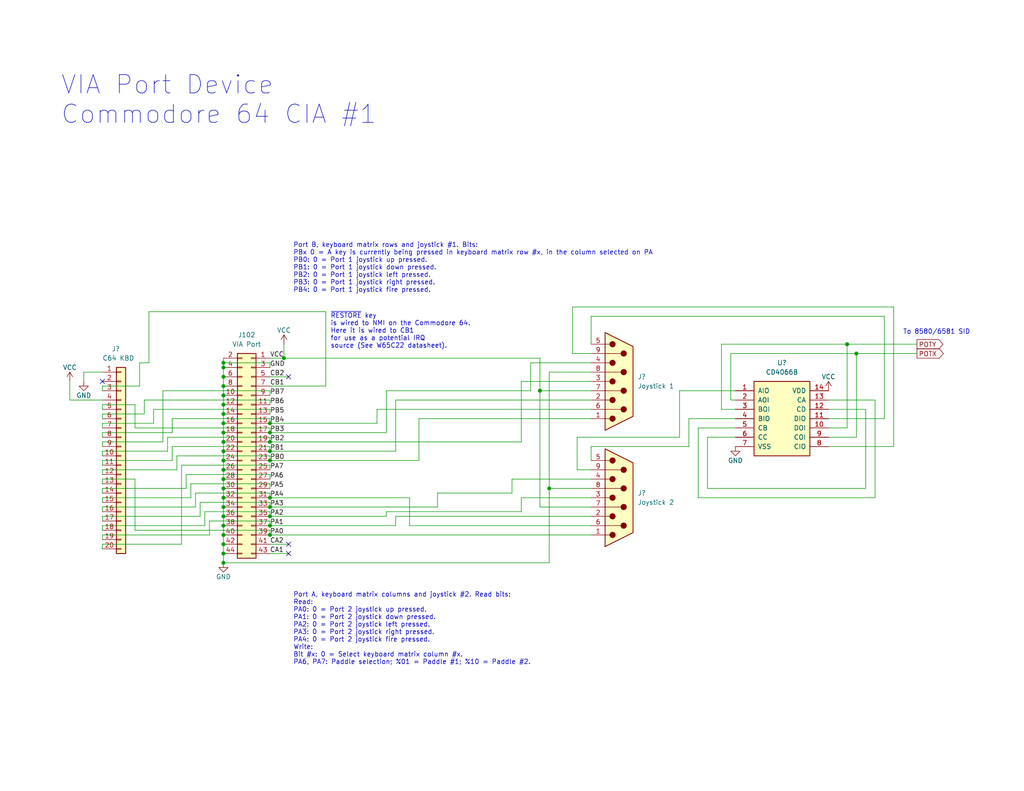
<source format=kicad_sch>
(kicad_sch (version 20211123) (generator eeschema)
  (paper "A")
  (lib_symbols
    (symbol "Connector:DB9_Male" (pin_names (offset 1.016) hide)
      (property "Reference" "J" (at 0 13.97 0))
      (property "Value" "DB9_Male" (at 0 -14.605 0))
      (symbol "DB9_Male_0_1"
        (circle (center -1.778 -10.16) (radius 0.762) (fill (type outline)))
        (circle (center -1.778 -5.08) (radius 0.762) (fill (type outline)))
        (circle (center -1.778 0) (radius 0.762) (fill (type outline)))
        (circle (center -1.778 5.08) (radius 0.762) (fill (type outline)))
        (circle (center -1.778 10.16) (radius 0.762) (fill (type outline)))
        (polyline (pts (xy -3.81 -10.16) (xy -2.54 -10.16)))
        (polyline (pts (xy -3.81 -7.62) (xy 0.508 -7.62)))
        (polyline (pts (xy -3.81 -5.08) (xy -2.54 -5.08)))
        (polyline (pts (xy -3.81 -2.54) (xy 0.508 -2.54)))
        (polyline (pts (xy -3.81 0) (xy -2.54 0)))
        (polyline (pts (xy -3.81 2.54) (xy 0.508 2.54)))
        (polyline (pts (xy -3.81 5.08) (xy -2.54 5.08)))
        (polyline (pts (xy -3.81 7.62) (xy 0.508 7.62)))
        (polyline (pts (xy -3.81 10.16) (xy -2.54 10.16)))
        (polyline (pts (xy -3.81 -13.335) (xy -3.81 13.335) (xy 3.81 9.525) (xy 3.81 -9.525) (xy -3.81 -13.335)) (stroke (width 0.254)) (fill (type background)))
        (circle (center 1.27 -7.62) (radius 0.762) (fill (type outline)))
        (circle (center 1.27 -2.54) (radius 0.762) (fill (type outline)))
        (circle (center 1.27 2.54) (radius 0.762) (fill (type outline)))
        (circle (center 1.27 7.62) (radius 0.762) (fill (type outline)))
      )
      (symbol "DB9_Male_1_1"
        (pin passive line (at -7.62 -10.16 0) (length 3.81) (name "1") (number "1"))
        (pin passive line (at -7.62 -5.08 0) (length 3.81) (name "2") (number "2"))
        (pin passive line (at -7.62 0 0) (length 3.81) (name "3") (number "3"))
        (pin passive line (at -7.62 5.08 0) (length 3.81) (name "4") (number "4"))
        (pin passive line (at -7.62 10.16 0) (length 3.81) (name "5") (number "5"))
        (pin passive line (at -7.62 -7.62 0) (length 3.81) (name "6") (number "6"))
        (pin passive line (at -7.62 -2.54 0) (length 3.81) (name "7") (number "7"))
        (pin passive line (at -7.62 2.54 0) (length 3.81) (name "8") (number "8"))
        (pin passive line (at -7.62 7.62 0) (length 3.81) (name "9") (number "9"))
      )
    )
    (symbol "Connector_Generic:Conn_01x20" (pin_names (offset 1.016) hide)
      (property "Reference" "J" (at 0 25.4 0))
      (property "Value" "Conn_01x20" (at 0 -27.94 0))
      (symbol "Conn_01x20_1_1"
        (rectangle (start -1.27 -25.273) (end 0 -25.527) (stroke (width 0.1524)))
        (rectangle (start -1.27 -22.733) (end 0 -22.987) (stroke (width 0.1524)))
        (rectangle (start -1.27 -20.193) (end 0 -20.447) (stroke (width 0.1524)))
        (rectangle (start -1.27 -17.653) (end 0 -17.907) (stroke (width 0.1524)))
        (rectangle (start -1.27 -15.113) (end 0 -15.367) (stroke (width 0.1524)))
        (rectangle (start -1.27 -12.573) (end 0 -12.827) (stroke (width 0.1524)))
        (rectangle (start -1.27 -10.033) (end 0 -10.287) (stroke (width 0.1524)))
        (rectangle (start -1.27 -7.493) (end 0 -7.747) (stroke (width 0.1524)))
        (rectangle (start -1.27 -4.953) (end 0 -5.207) (stroke (width 0.1524)))
        (rectangle (start -1.27 -2.413) (end 0 -2.667) (stroke (width 0.1524)))
        (rectangle (start -1.27 0.127) (end 0 -0.127) (stroke (width 0.1524)))
        (rectangle (start -1.27 2.667) (end 0 2.413) (stroke (width 0.1524)))
        (rectangle (start -1.27 5.207) (end 0 4.953) (stroke (width 0.1524)))
        (rectangle (start -1.27 7.747) (end 0 7.493) (stroke (width 0.1524)))
        (rectangle (start -1.27 10.287) (end 0 10.033) (stroke (width 0.1524)))
        (rectangle (start -1.27 12.827) (end 0 12.573) (stroke (width 0.1524)))
        (rectangle (start -1.27 15.367) (end 0 15.113) (stroke (width 0.1524)))
        (rectangle (start -1.27 17.907) (end 0 17.653) (stroke (width 0.1524)))
        (rectangle (start -1.27 20.447) (end 0 20.193) (stroke (width 0.1524)))
        (rectangle (start -1.27 22.987) (end 0 22.733) (stroke (width 0.1524)))
        (rectangle (start -1.27 24.13) (end 1.27 -26.67) (stroke (width 0.254)) (fill (type background)))
        (pin passive line (at -5.08 22.86 0) (length 3.81) (name "Pin_1") (number "1"))
        (pin passive line (at -5.08 0 0) (length 3.81) (name "Pin_10") (number "10"))
        (pin passive line (at -5.08 -2.54 0) (length 3.81) (name "Pin_11") (number "11"))
        (pin passive line (at -5.08 -5.08 0) (length 3.81) (name "Pin_12") (number "12"))
        (pin passive line (at -5.08 -7.62 0) (length 3.81) (name "Pin_13") (number "13"))
        (pin passive line (at -5.08 -10.16 0) (length 3.81) (name "Pin_14") (number "14"))
        (pin passive line (at -5.08 -12.7 0) (length 3.81) (name "Pin_15") (number "15"))
        (pin passive line (at -5.08 -15.24 0) (length 3.81) (name "Pin_16") (number "16"))
        (pin passive line (at -5.08 -17.78 0) (length 3.81) (name "Pin_17") (number "17"))
        (pin passive line (at -5.08 -20.32 0) (length 3.81) (name "Pin_18") (number "18"))
        (pin passive line (at -5.08 -22.86 0) (length 3.81) (name "Pin_19") (number "19"))
        (pin passive line (at -5.08 20.32 0) (length 3.81) (name "Pin_2") (number "2"))
        (pin passive line (at -5.08 -25.4 0) (length 3.81) (name "Pin_20") (number "20"))
        (pin passive line (at -5.08 17.78 0) (length 3.81) (name "Pin_3") (number "3"))
        (pin passive line (at -5.08 15.24 0) (length 3.81) (name "Pin_4") (number "4"))
        (pin passive line (at -5.08 12.7 0) (length 3.81) (name "Pin_5") (number "5"))
        (pin passive line (at -5.08 10.16 0) (length 3.81) (name "Pin_6") (number "6"))
        (pin passive line (at -5.08 7.62 0) (length 3.81) (name "Pin_7") (number "7"))
        (pin passive line (at -5.08 5.08 0) (length 3.81) (name "Pin_8") (number "8"))
        (pin passive line (at -5.08 2.54 0) (length 3.81) (name "Pin_9") (number "9"))
      )
    )
    (symbol "Connector_Generic:Conn_02x22_Odd_Even" (pin_names (offset 1.016) hide)
      (property "Reference" "J" (at 1.27 27.94 0))
      (property "Value" "Conn_02x22_Odd_Even" (at 1.27 -30.48 0))
      (symbol "Conn_02x22_Odd_Even_1_1"
        (rectangle (start -1.27 -27.813) (end 0 -28.067) (stroke (width 0.1524)))
        (rectangle (start -1.27 -25.273) (end 0 -25.527) (stroke (width 0.1524)))
        (rectangle (start -1.27 -22.733) (end 0 -22.987) (stroke (width 0.1524)))
        (rectangle (start -1.27 -20.193) (end 0 -20.447) (stroke (width 0.1524)))
        (rectangle (start -1.27 -17.653) (end 0 -17.907) (stroke (width 0.1524)))
        (rectangle (start -1.27 -15.113) (end 0 -15.367) (stroke (width 0.1524)))
        (rectangle (start -1.27 -12.573) (end 0 -12.827) (stroke (width 0.1524)))
        (rectangle (start -1.27 -10.033) (end 0 -10.287) (stroke (width 0.1524)))
        (rectangle (start -1.27 -7.493) (end 0 -7.747) (stroke (width 0.1524)))
        (rectangle (start -1.27 -4.953) (end 0 -5.207) (stroke (width 0.1524)))
        (rectangle (start -1.27 -2.413) (end 0 -2.667) (stroke (width 0.1524)))
        (rectangle (start -1.27 0.127) (end 0 -0.127) (stroke (width 0.1524)))
        (rectangle (start -1.27 2.667) (end 0 2.413) (stroke (width 0.1524)))
        (rectangle (start -1.27 5.207) (end 0 4.953) (stroke (width 0.1524)))
        (rectangle (start -1.27 7.747) (end 0 7.493) (stroke (width 0.1524)))
        (rectangle (start -1.27 10.287) (end 0 10.033) (stroke (width 0.1524)))
        (rectangle (start -1.27 12.827) (end 0 12.573) (stroke (width 0.1524)))
        (rectangle (start -1.27 15.367) (end 0 15.113) (stroke (width 0.1524)))
        (rectangle (start -1.27 17.907) (end 0 17.653) (stroke (width 0.1524)))
        (rectangle (start -1.27 20.447) (end 0 20.193) (stroke (width 0.1524)))
        (rectangle (start -1.27 22.987) (end 0 22.733) (stroke (width 0.1524)))
        (rectangle (start -1.27 25.527) (end 0 25.273) (stroke (width 0.1524)))
        (rectangle (start -1.27 26.67) (end 3.81 -29.21) (stroke (width 0.254)) (fill (type background)))
        (rectangle (start 3.81 -27.813) (end 2.54 -28.067) (stroke (width 0.1524)))
        (rectangle (start 3.81 -25.273) (end 2.54 -25.527) (stroke (width 0.1524)))
        (rectangle (start 3.81 -22.733) (end 2.54 -22.987) (stroke (width 0.1524)))
        (rectangle (start 3.81 -20.193) (end 2.54 -20.447) (stroke (width 0.1524)))
        (rectangle (start 3.81 -17.653) (end 2.54 -17.907) (stroke (width 0.1524)))
        (rectangle (start 3.81 -15.113) (end 2.54 -15.367) (stroke (width 0.1524)))
        (rectangle (start 3.81 -12.573) (end 2.54 -12.827) (stroke (width 0.1524)))
        (rectangle (start 3.81 -10.033) (end 2.54 -10.287) (stroke (width 0.1524)))
        (rectangle (start 3.81 -7.493) (end 2.54 -7.747) (stroke (width 0.1524)))
        (rectangle (start 3.81 -4.953) (end 2.54 -5.207) (stroke (width 0.1524)))
        (rectangle (start 3.81 -2.413) (end 2.54 -2.667) (stroke (width 0.1524)))
        (rectangle (start 3.81 0.127) (end 2.54 -0.127) (stroke (width 0.1524)))
        (rectangle (start 3.81 2.667) (end 2.54 2.413) (stroke (width 0.1524)))
        (rectangle (start 3.81 5.207) (end 2.54 4.953) (stroke (width 0.1524)))
        (rectangle (start 3.81 7.747) (end 2.54 7.493) (stroke (width 0.1524)))
        (rectangle (start 3.81 10.287) (end 2.54 10.033) (stroke (width 0.1524)))
        (rectangle (start 3.81 12.827) (end 2.54 12.573) (stroke (width 0.1524)))
        (rectangle (start 3.81 15.367) (end 2.54 15.113) (stroke (width 0.1524)))
        (rectangle (start 3.81 17.907) (end 2.54 17.653) (stroke (width 0.1524)))
        (rectangle (start 3.81 20.447) (end 2.54 20.193) (stroke (width 0.1524)))
        (rectangle (start 3.81 22.987) (end 2.54 22.733) (stroke (width 0.1524)))
        (rectangle (start 3.81 25.527) (end 2.54 25.273) (stroke (width 0.1524)))
        (pin passive line (at -5.08 25.4 0) (length 3.81) (name "Pin_1") (number "1"))
        (pin passive line (at 7.62 15.24 180) (length 3.81) (name "Pin_10") (number "10"))
        (pin passive line (at -5.08 12.7 0) (length 3.81) (name "Pin_11") (number "11"))
        (pin passive line (at 7.62 12.7 180) (length 3.81) (name "Pin_12") (number "12"))
        (pin passive line (at -5.08 10.16 0) (length 3.81) (name "Pin_13") (number "13"))
        (pin passive line (at 7.62 10.16 180) (length 3.81) (name "Pin_14") (number "14"))
        (pin passive line (at -5.08 7.62 0) (length 3.81) (name "Pin_15") (number "15"))
        (pin passive line (at 7.62 7.62 180) (length 3.81) (name "Pin_16") (number "16"))
        (pin passive line (at -5.08 5.08 0) (length 3.81) (name "Pin_17") (number "17"))
        (pin passive line (at 7.62 5.08 180) (length 3.81) (name "Pin_18") (number "18"))
        (pin passive line (at -5.08 2.54 0) (length 3.81) (name "Pin_19") (number "19"))
        (pin passive line (at 7.62 25.4 180) (length 3.81) (name "Pin_2") (number "2"))
        (pin passive line (at 7.62 2.54 180) (length 3.81) (name "Pin_20") (number "20"))
        (pin passive line (at -5.08 0 0) (length 3.81) (name "Pin_21") (number "21"))
        (pin passive line (at 7.62 0 180) (length 3.81) (name "Pin_22") (number "22"))
        (pin passive line (at -5.08 -2.54 0) (length 3.81) (name "Pin_23") (number "23"))
        (pin passive line (at 7.62 -2.54 180) (length 3.81) (name "Pin_24") (number "24"))
        (pin passive line (at -5.08 -5.08 0) (length 3.81) (name "Pin_25") (number "25"))
        (pin passive line (at 7.62 -5.08 180) (length 3.81) (name "Pin_26") (number "26"))
        (pin passive line (at -5.08 -7.62 0) (length 3.81) (name "Pin_27") (number "27"))
        (pin passive line (at 7.62 -7.62 180) (length 3.81) (name "Pin_28") (number "28"))
        (pin passive line (at -5.08 -10.16 0) (length 3.81) (name "Pin_29") (number "29"))
        (pin passive line (at -5.08 22.86 0) (length 3.81) (name "Pin_3") (number "3"))
        (pin passive line (at 7.62 -10.16 180) (length 3.81) (name "Pin_30") (number "30"))
        (pin passive line (at -5.08 -12.7 0) (length 3.81) (name "Pin_31") (number "31"))
        (pin passive line (at 7.62 -12.7 180) (length 3.81) (name "Pin_32") (number "32"))
        (pin passive line (at -5.08 -15.24 0) (length 3.81) (name "Pin_33") (number "33"))
        (pin passive line (at 7.62 -15.24 180) (length 3.81) (name "Pin_34") (number "34"))
        (pin passive line (at -5.08 -17.78 0) (length 3.81) (name "Pin_35") (number "35"))
        (pin passive line (at 7.62 -17.78 180) (length 3.81) (name "Pin_36") (number "36"))
        (pin passive line (at -5.08 -20.32 0) (length 3.81) (name "Pin_37") (number "37"))
        (pin passive line (at 7.62 -20.32 180) (length 3.81) (name "Pin_38") (number "38"))
        (pin passive line (at -5.08 -22.86 0) (length 3.81) (name "Pin_39") (number "39"))
        (pin passive line (at 7.62 22.86 180) (length 3.81) (name "Pin_4") (number "4"))
        (pin passive line (at 7.62 -22.86 180) (length 3.81) (name "Pin_40") (number "40"))
        (pin passive line (at -5.08 -25.4 0) (length 3.81) (name "Pin_41") (number "41"))
        (pin passive line (at 7.62 -25.4 180) (length 3.81) (name "Pin_42") (number "42"))
        (pin passive line (at -5.08 -27.94 0) (length 3.81) (name "Pin_43") (number "43"))
        (pin passive line (at 7.62 -27.94 180) (length 3.81) (name "Pin_44") (number "44"))
        (pin passive line (at -5.08 20.32 0) (length 3.81) (name "Pin_5") (number "5"))
        (pin passive line (at 7.62 20.32 180) (length 3.81) (name "Pin_6") (number "6"))
        (pin passive line (at -5.08 17.78 0) (length 3.81) (name "Pin_7") (number "7"))
        (pin passive line (at 7.62 17.78 180) (length 3.81) (name "Pin_8") (number "8"))
        (pin passive line (at -5.08 15.24 0) (length 3.81) (name "Pin_9") (number "9"))
      )
    )
    (symbol "GND_2" (power) (pin_names (offset 0))
      (property "Value" "GND_2" (at 0 -3.81 0))
      (symbol "GND_2_0_1"
        (polyline (pts (xy 0 0) (xy 0 -1.27) (xy 1.27 -1.27) (xy 0 -2.54) (xy -1.27 -1.27) (xy 0 -1.27)))
      )
      (symbol "GND_2_1_1"
        (pin power_in line (at 0 0 270) (length 0) hide (name "GND") (number "1"))
      )
    )
    (symbol "Vega816:CD4066B" (pin_names (offset 1.016))
      (property "Reference" "U?" (at 0 15.24 0))
      (property "Value" "CD4066B" (at 0 12.7 0))
      (symbol "CD4066B_1_0"
        (pin bidirectional line (at -12.7 7.62 0) (length 5.08) (name "AIO") (number "1"))
        (pin bidirectional line (at 12.7 -2.54 180) (length 5.08) (name "DOI") (number "10"))
        (pin bidirectional line (at 12.7 0 180) (length 5.08) (name "DIO") (number "11"))
        (pin input line (at 12.7 2.54 180) (length 5.08) (name "CD") (number "12"))
        (pin input line (at 12.7 5.08 180) (length 5.08) (name "CA") (number "13"))
        (pin power_in line (at 12.7 7.62 180) (length 5.08) (name "VDD") (number "14"))
        (pin bidirectional line (at -12.7 5.08 0) (length 5.08) (name "AOI") (number "2"))
        (pin bidirectional line (at -12.7 2.54 0) (length 5.08) (name "BOI") (number "3"))
        (pin bidirectional line (at -12.7 0 0) (length 5.08) (name "BIO") (number "4"))
        (pin input line (at -12.7 -2.54 0) (length 5.08) (name "CB") (number "5"))
        (pin input line (at -12.7 -5.08 0) (length 5.08) (name "CC") (number "6"))
        (pin power_in line (at -12.7 -7.62 0) (length 5.08) (name "VSS") (number "7"))
        (pin bidirectional line (at 12.7 -7.62 180) (length 5.08) (name "CIO") (number "8"))
        (pin bidirectional line (at 12.7 -5.08 180) (length 5.08) (name "COI") (number "9"))
      )
      (symbol "CD4066B_1_1"
        (rectangle (start -7.62 10.16) (end 7.62 -10.16) (stroke (width 0.254)) (fill (type background)))
      )
    )
    (symbol "power:VCC" (power) (pin_names (offset 0))
      (property "Value" "VCC" (at 0 3.81 0))
      (symbol "VCC_0_1"
        (polyline (pts (xy -0.762 1.27) (xy 0 2.54)))
        (polyline (pts (xy 0 0) (xy 0 2.54)))
        (polyline (pts (xy 0 2.54) (xy 0.762 1.27)))
      )
      (symbol "VCC_1_1"
        (pin power_in line (at 0 0 90) (length 0) hide (name "VCC") (number "1"))
      )
    )
  )
  (junction (at 60.96 135.89))
  (junction (at 60.96 143.51))
  (junction (at 60.96 148.59))
  (junction (at 60.96 102.87))
  (junction (at 60.96 133.35))
  (junction (at 73.66 143.51))
  (junction (at 60.96 153.67))
  (junction (at 73.66 120.65))
  (junction (at 60.96 128.27))
  (junction (at 60.96 123.19))
  (junction (at 73.66 123.19))
  (junction (at 73.66 146.05))
  (junction (at 60.96 130.81))
  (junction (at 73.66 135.89))
  (junction (at 60.96 115.57))
  (junction (at 60.96 118.11))
  (junction (at 73.66 138.43))
  (junction (at 149.86 133.35))
  (junction (at 60.96 100.33))
  (junction (at 60.96 140.97))
  (junction (at 60.96 110.49))
  (junction (at 60.96 146.05))
  (junction (at 73.66 118.11))
  (junction (at 147.32 106.68))
  (junction (at 73.66 140.97))
  (junction (at 60.96 125.73))
  (junction (at 231.14 93.98))
  (junction (at 233.68 96.52))
  (junction (at 77.47 97.79))
  (junction (at 60.96 120.65))
  (junction (at 73.66 115.57))
  (junction (at 60.96 113.03))
  (junction (at 60.96 107.95))
  (junction (at 60.96 151.13))
  (junction (at 60.96 99.06))
  (junction (at 73.66 125.73))
  (junction (at 60.96 105.41))
  (junction (at 60.96 138.43))
  (no_connect (at 78.74 148.59))
  (no_connect (at 78.74 151.13))
  (no_connect (at 78.74 102.87))
  (no_connect (at 27.94 104.14))
  (wire (pts (xy 187.96 114.3) (xy 200.66 114.3)))
  (wire (pts (xy 243.84 121.92) (xy 226.06 121.92)))
  (wire (pts (xy 22.86 101.6) (xy 22.86 104.14)))
  (wire (pts (xy 27.94 128.27) (xy 48.26 128.27)))
  (wire (pts (xy 60.96 102.87) (xy 60.96 105.41)))
  (wire (pts (xy 107.95 109.22) (xy 107.95 123.19)))
  (wire (pts (xy 190.5 135.89) (xy 190.5 116.84)))
  (wire (pts (xy 73.66 127) (xy 73.66 128.27)))
  (wire (pts (xy 52.07 132.08) (xy 73.66 132.08)))
  (wire (pts (xy 142.24 104.14) (xy 142.24 120.65)))
  (wire (pts (xy 27.94 115.57) (xy 41.91 115.57)))
  (wire (pts (xy 73.66 137.16) (xy 73.66 138.43)))
  (wire (pts (xy 161.29 111.76) (xy 102.87 111.76)))
  (wire (pts (xy 73.66 109.22) (xy 73.66 110.49)))
  (wire (pts (xy 142.24 139.7) (xy 105.41 139.7)))
  (wire (pts (xy 27.94 138.43) (xy 53.34 138.43)))
  (wire (pts (xy 73.66 134.62) (xy 73.66 135.89)))
  (wire (pts (xy 226.06 119.38) (xy 233.68 119.38)))
  (wire (pts (xy 27.94 124.46) (xy 27.94 123.19)))
  (wire (pts (xy 147.32 106.68) (xy 147.32 97.79)))
  (wire (pts (xy 41.91 111.76) (xy 73.66 111.76)))
  (wire (pts (xy 27.94 105.41) (xy 38.1 105.41)))
  (wire (pts (xy 119.38 138.43) (xy 73.66 138.43)))
  (wire (pts (xy 57.15 142.24) (xy 73.66 142.24)))
  (wire (pts (xy 40.64 99.06) (xy 40.64 85.09)))
  (wire (pts (xy 36.83 116.84) (xy 73.66 116.84)))
  (wire (pts (xy 46.99 121.92) (xy 73.66 121.92)))
  (wire (pts (xy 73.66 144.78) (xy 73.66 146.05)))
  (wire (pts (xy 45.72 119.38) (xy 73.66 119.38)))
  (wire (pts (xy 38.1 105.41) (xy 38.1 99.06)))
  (wire (pts (xy 27.94 134.62) (xy 27.94 133.35)))
  (wire (pts (xy 49.53 148.59) (xy 49.53 127)))
  (wire (pts (xy 105.41 139.7) (xy 105.41 140.97)))
  (wire (pts (xy 53.34 134.62) (xy 73.66 134.62)))
  (wire (pts (xy 27.94 106.68) (xy 27.94 105.41)))
  (wire (pts (xy 107.95 143.51) (xy 73.66 143.51)))
  (wire (pts (xy 27.94 149.86) (xy 27.94 148.59)))
  (wire (pts (xy 48.26 124.46) (xy 73.66 124.46)))
  (wire (pts (xy 111.76 143.51) (xy 111.76 135.89)))
  (wire (pts (xy 185.42 106.68) (xy 200.66 106.68)))
  (wire (pts (xy 238.76 135.89) (xy 190.5 135.89)))
  (wire (pts (xy 48.26 128.27) (xy 48.26 124.46)))
  (wire (pts (xy 60.96 105.41) (xy 60.96 107.95)))
  (wire (pts (xy 107.95 140.97) (xy 107.95 143.51)))
  (wire (pts (xy 114.3 125.73) (xy 73.66 125.73)))
  (wire (pts (xy 144.78 106.68) (xy 105.41 106.68)))
  (wire (pts (xy 39.37 109.22) (xy 73.66 109.22)))
  (wire (pts (xy 190.5 116.84) (xy 200.66 116.84)))
  (wire (pts (xy 231.14 93.98) (xy 250.19 93.98)))
  (wire (pts (xy 157.48 128.27) (xy 157.48 119.38)))
  (wire (pts (xy 73.66 106.68) (xy 73.66 107.95)))
  (wire (pts (xy 27.94 148.59) (xy 49.53 148.59)))
  (wire (pts (xy 54.61 137.16) (xy 73.66 137.16)))
  (wire (pts (xy 147.32 97.79) (xy 77.47 97.79)))
  (wire (pts (xy 27.94 101.6) (xy 22.86 101.6)))
  (wire (pts (xy 27.94 129.54) (xy 27.94 128.27)))
  (wire (pts (xy 161.29 138.43) (xy 147.32 138.43)))
  (wire (pts (xy 73.66 142.24) (xy 73.66 143.51)))
  (wire (pts (xy 60.96 138.43) (xy 60.96 140.97)))
  (wire (pts (xy 236.22 111.76) (xy 236.22 133.35)))
  (wire (pts (xy 19.05 104.14) (xy 19.05 109.22)))
  (wire (pts (xy 27.94 133.35) (xy 50.8 133.35)))
  (wire (pts (xy 27.94 111.76) (xy 27.94 110.49)))
  (wire (pts (xy 73.66 140.97) (xy 105.41 140.97)))
  (wire (pts (xy 73.66 100.33) (xy 73.66 99.06)))
  (wire (pts (xy 60.96 125.73) (xy 60.96 128.27)))
  (wire (pts (xy 199.39 96.52) (xy 233.68 96.52)))
  (wire (pts (xy 27.94 118.11) (xy 46.99 118.11)))
  (wire (pts (xy 46.99 125.73) (xy 46.99 121.92)))
  (wire (pts (xy 149.86 153.67) (xy 60.96 153.67)))
  (wire (pts (xy 161.29 114.3) (xy 114.3 114.3)))
  (wire (pts (xy 139.7 134.62) (xy 119.38 134.62)))
  (wire (pts (xy 41.91 115.57) (xy 41.91 111.76)))
  (wire (pts (xy 193.04 133.35) (xy 193.04 119.38)))
  (wire (pts (xy 73.66 119.38) (xy 73.66 120.65)))
  (wire (pts (xy 60.96 148.59) (xy 60.96 151.13)))
  (wire (pts (xy 60.96 135.89) (xy 60.96 138.43)))
  (wire (pts (xy 236.22 133.35) (xy 193.04 133.35)))
  (wire (pts (xy 233.68 96.52) (xy 250.19 96.52)))
  (wire (pts (xy 149.86 101.6) (xy 149.86 133.35)))
  (wire (pts (xy 60.96 97.79) (xy 60.96 99.06)))
  (wire (pts (xy 226.06 109.22) (xy 238.76 109.22)))
  (wire (pts (xy 161.29 121.92) (xy 187.96 121.92)))
  (wire (pts (xy 27.94 116.84) (xy 27.94 115.57)))
  (wire (pts (xy 144.78 106.68) (xy 144.78 99.06)))
  (wire (pts (xy 241.3 86.36) (xy 241.3 114.3)))
  (wire (pts (xy 27.94 147.32) (xy 27.94 146.05)))
  (wire (pts (xy 114.3 114.3) (xy 114.3 125.73)))
  (wire (pts (xy 144.78 99.06) (xy 161.29 99.06)))
  (wire (pts (xy 161.29 101.6) (xy 149.86 101.6)))
  (wire (pts (xy 107.95 140.97) (xy 161.29 140.97)))
  (wire (pts (xy 38.1 99.06) (xy 40.64 99.06)))
  (wire (pts (xy 39.37 113.03) (xy 39.37 109.22)))
  (wire (pts (xy 60.96 130.81) (xy 60.96 133.35)))
  (wire (pts (xy 54.61 140.97) (xy 54.61 137.16)))
  (wire (pts (xy 60.96 118.11) (xy 60.96 120.65)))
  (wire (pts (xy 27.94 144.78) (xy 27.94 143.51)))
  (wire (pts (xy 27.94 143.51) (xy 55.88 143.51)))
  (wire (pts (xy 27.94 120.65) (xy 44.45 120.65)))
  (wire (pts (xy 78.74 102.87) (xy 73.66 102.87)))
  (wire (pts (xy 27.94 109.22) (xy 19.05 109.22)))
  (wire (pts (xy 161.29 96.52) (xy 156.21 96.52)))
  (wire (pts (xy 27.94 119.38) (xy 27.94 118.11)))
  (wire (pts (xy 60.96 143.51) (xy 60.96 146.05)))
  (wire (pts (xy 161.29 125.73) (xy 161.29 121.92)))
  (wire (pts (xy 73.66 132.08) (xy 73.66 133.35)))
  (wire (pts (xy 199.39 96.52) (xy 199.39 109.22)))
  (wire (pts (xy 44.45 106.68) (xy 73.66 106.68)))
  (wire (pts (xy 142.24 135.89) (xy 142.24 139.7)))
  (wire (pts (xy 102.87 111.76) (xy 102.87 115.57)))
  (wire (pts (xy 27.94 140.97) (xy 54.61 140.97)))
  (wire (pts (xy 196.85 111.76) (xy 196.85 93.98)))
  (wire (pts (xy 107.95 123.19) (xy 73.66 123.19)))
  (wire (pts (xy 46.99 114.3) (xy 73.66 114.3)))
  (wire (pts (xy 119.38 134.62) (xy 119.38 138.43)))
  (wire (pts (xy 73.66 146.05) (xy 161.29 146.05)))
  (wire (pts (xy 226.06 116.84) (xy 231.14 116.84)))
  (wire (pts (xy 60.96 113.03) (xy 60.96 115.57)))
  (wire (pts (xy 241.3 114.3) (xy 226.06 114.3)))
  (wire (pts (xy 193.04 119.38) (xy 200.66 119.38)))
  (wire (pts (xy 27.94 125.73) (xy 46.99 125.73)))
  (wire (pts (xy 60.96 133.35) (xy 60.96 135.89)))
  (wire (pts (xy 27.94 110.49) (xy 36.83 110.49)))
  (wire (pts (xy 200.66 111.76) (xy 196.85 111.76)))
  (wire (pts (xy 77.47 97.79) (xy 73.66 97.79)))
  (wire (pts (xy 73.66 124.46) (xy 73.66 125.73)))
  (wire (pts (xy 27.94 113.03) (xy 39.37 113.03)))
  (wire (pts (xy 161.29 109.22) (xy 107.95 109.22)))
  (wire (pts (xy 105.41 118.11) (xy 73.66 118.11)))
  (wire (pts (xy 60.96 110.49) (xy 60.96 113.03)))
  (wire (pts (xy 27.94 132.08) (xy 27.94 130.81)))
  (wire (pts (xy 187.96 121.92) (xy 187.96 114.3)))
  (wire (pts (xy 57.15 146.05) (xy 57.15 142.24)))
  (wire (pts (xy 36.83 144.78) (xy 73.66 144.78)))
  (wire (pts (xy 196.85 93.98) (xy 231.14 93.98)))
  (wire (pts (xy 73.66 121.92) (xy 73.66 123.19)))
  (wire (pts (xy 73.66 99.06) (xy 60.96 99.06)))
  (wire (pts (xy 73.66 139.7) (xy 73.66 140.97)))
  (wire (pts (xy 147.32 138.43) (xy 147.32 106.68)))
  (wire (pts (xy 36.83 130.81) (xy 36.83 144.78)))
  (wire (pts (xy 149.86 133.35) (xy 149.86 153.67)))
  (wire (pts (xy 199.39 109.22) (xy 200.66 109.22)))
  (wire (pts (xy 27.94 142.24) (xy 27.94 140.97)))
  (wire (pts (xy 60.96 115.57) (xy 60.96 118.11)))
  (wire (pts (xy 156.21 83.82) (xy 243.84 83.82)))
  (wire (pts (xy 111.76 135.89) (xy 73.66 135.89)))
  (wire (pts (xy 231.14 93.98) (xy 231.14 116.84)))
  (wire (pts (xy 73.66 129.54) (xy 73.66 130.81)))
  (wire (pts (xy 45.72 123.19) (xy 45.72 119.38)))
  (wire (pts (xy 161.29 104.14) (xy 142.24 104.14)))
  (wire (pts (xy 60.96 123.19) (xy 60.96 125.73)))
  (wire (pts (xy 185.42 119.38) (xy 185.42 106.68)))
  (wire (pts (xy 50.8 129.54) (xy 73.66 129.54)))
  (wire (pts (xy 52.07 135.89) (xy 52.07 132.08)))
  (wire (pts (xy 46.99 118.11) (xy 46.99 114.3)))
  (wire (pts (xy 226.06 111.76) (xy 236.22 111.76)))
  (wire (pts (xy 49.53 127) (xy 73.66 127)))
  (wire (pts (xy 27.94 121.92) (xy 27.94 120.65)))
  (wire (pts (xy 238.76 109.22) (xy 238.76 135.89)))
  (wire (pts (xy 60.96 99.06) (xy 60.96 100.33)))
  (wire (pts (xy 105.41 106.68) (xy 105.41 118.11)))
  (wire (pts (xy 27.94 135.89) (xy 52.07 135.89)))
  (wire (pts (xy 50.8 133.35) (xy 50.8 129.54)))
  (wire (pts (xy 139.7 130.81) (xy 139.7 134.62)))
  (wire (pts (xy 73.66 105.41) (xy 88.9 105.41)))
  (wire (pts (xy 147.32 106.68) (xy 161.29 106.68)))
  (wire (pts (xy 243.84 83.82) (xy 243.84 121.92)))
  (wire (pts (xy 60.96 128.27) (xy 60.96 130.81)))
  (wire (pts (xy 161.29 128.27) (xy 157.48 128.27)))
  (wire (pts (xy 60.96 146.05) (xy 60.96 148.59)))
  (wire (pts (xy 27.94 127) (xy 27.94 125.73)))
  (wire (pts (xy 78.74 151.13) (xy 73.66 151.13)))
  (wire (pts (xy 27.94 123.19) (xy 45.72 123.19)))
  (wire (pts (xy 161.29 135.89) (xy 142.24 135.89)))
  (wire (pts (xy 55.88 139.7) (xy 73.66 139.7)))
  (wire (pts (xy 161.29 143.51) (xy 111.76 143.51)))
  (wire (pts (xy 161.29 86.36) (xy 241.3 86.36)))
  (wire (pts (xy 44.45 120.65) (xy 44.45 106.68)))
  (wire (pts (xy 27.94 146.05) (xy 57.15 146.05)))
  (wire (pts (xy 60.96 140.97) (xy 60.96 143.51)))
  (wire (pts (xy 53.34 138.43) (xy 53.34 134.62)))
  (wire (pts (xy 60.96 151.13) (xy 60.96 153.67)))
  (wire (pts (xy 233.68 96.52) (xy 233.68 119.38)))
  (wire (pts (xy 27.94 114.3) (xy 27.94 113.03)))
  (wire (pts (xy 27.94 137.16) (xy 27.94 135.89)))
  (wire (pts (xy 73.66 116.84) (xy 73.66 118.11)))
  (wire (pts (xy 73.66 114.3) (xy 73.66 115.57)))
  (wire (pts (xy 40.64 85.09) (xy 88.9 85.09)))
  (wire (pts (xy 55.88 143.51) (xy 55.88 139.7)))
  (wire (pts (xy 36.83 110.49) (xy 36.83 116.84)))
  (wire (pts (xy 102.87 115.57) (xy 73.66 115.57)))
  (wire (pts (xy 156.21 96.52) (xy 156.21 83.82)))
  (wire (pts (xy 161.29 93.98) (xy 161.29 86.36)))
  (wire (pts (xy 142.24 120.65) (xy 73.66 120.65)))
  (wire (pts (xy 60.96 120.65) (xy 60.96 123.19)))
  (wire (pts (xy 157.48 119.38) (xy 185.42 119.38)))
  (wire (pts (xy 161.29 130.81) (xy 139.7 130.81)))
  (wire (pts (xy 78.74 148.59) (xy 73.66 148.59)))
  (wire (pts (xy 73.66 111.76) (xy 73.66 113.03)))
  (wire (pts (xy 27.94 130.81) (xy 36.83 130.81)))
  (wire (pts (xy 60.96 107.95) (xy 60.96 110.49)))
  (wire (pts (xy 88.9 85.09) (xy 88.9 105.41)))
  (wire (pts (xy 149.86 133.35) (xy 161.29 133.35)))
  (wire (pts (xy 77.47 93.98) (xy 77.47 97.79)))
  (wire (pts (xy 27.94 139.7) (xy 27.94 138.43)))
  (wire (pts (xy 60.96 100.33) (xy 60.96 102.87)))
  (text "Port B, keyboard matrix rows and joystick #1. Bits:\nPBx 0 = A key is currently being pressed in keyboard matrix row #x, in the column selected on PA\nPB0: 0 = Port 1 joystick up pressed.\nPB1: 0 = Port 1 joystick down pressed.\nPB2: 0 = Port 1 joystick left pressed.\nPB3: 0 = Port 1 joystick right pressed.\nPB4: 0 = Port 1 joystick fire pressed." (at 80.01 80.01 0) (effects (font (size 1.27 1.27)) (justify left bottom)))
  (text "To 8580/6581 SID" (at 246.38 91.44 0) (effects (font (size 1.27 1.27)) (justify left bottom)))
  (text "Port A, keyboard matrix columns and joystick #2. Read bits:\nRead:\nPA0: 0 = Port 2 joystick up pressed.\nPA1: 0 = Port 2 joystick down pressed.\nPA2: 0 = Port 2 joystick left pressed.\nPA3: 0 = Port 2 joystick right pressed.\nPA4: 0 = Port 2 joystick fire pressed.\nWrite:\nBit #x: 0 = Select keyboard matrix column #x.\nPA6, PA7: Paddle selection; %01 = Paddle #1; %10 = Paddle #2." (at 80.01 181.61 0) (effects (font (size 1.27 1.27)) (justify left bottom)))
  (text "~{RESTORE} key \nis wired to NMI on the Commodore 64. \nHere it is wired to CB1 \nfor use as a potential IRQ \nsource (See W65C22 datasheet)." (at 90.17 95.25 0) (effects (font (size 1.27 1.27)) (justify left bottom)))
  (text "VIA Port Device\nCommodore 64 CIA #1" (at 16.51 34.29 0) (effects (font (size 5 5)) (justify left bottom)))
  (label "PB0" (at 73.66 125.73 0))
  (label "CB2" (at 73.66 102.87 0))
  (label "CA1" (at 73.66 151.13 0))
  (label "GND" (at 73.66 100.33 0))
  (label "PB6" (at 73.66 110.49 0))
  (label "PA4" (at 73.66 135.89 0))
  (label "PB1" (at 73.66 123.19 0))
  (label "PA5" (at 73.66 133.35 0))
  (label "PA1" (at 73.66 143.51 0))
  (label "PA3" (at 73.66 138.43 0))
  (label "PA7" (at 73.66 128.27 0))
  (label "VCC" (at 73.66 97.79 0))
  (label "PB3" (at 73.66 118.11 0))
  (label "CB1" (at 73.66 105.41 0))
  (label "PA0" (at 73.66 146.05 0))
  (label "PA2" (at 73.66 140.97 0))
  (label "PB7" (at 73.66 107.95 0))
  (label "PA6" (at 73.66 130.81 0))
  (label "CA2" (at 73.66 148.59 0))
  (label "PB2" (at 73.66 120.65 0))
  (label "PB5" (at 73.66 113.03 0))
  (label "PB4" (at 73.66 115.57 0))
  (global_label "POTX" (shape output) (at 250.19 96.52 0) (property "Intersheet References" "${INTERSHEET_REFS}" (effects hide)))
  (global_label "POTY" (shape output) (at 250.19 93.98 0) (property "Intersheet References" "${INTERSHEET_REFS}" (effects hide)))
  (symbol (lib_id "Connector_Generic:Conn_02x22_Odd_Even") (at 68.58 123.19 0) (mirror y) (unit 1)
    (property "Reference" "J102" (at 67.31 91.44 0))
    (property "Value" "VIA Port" (at 67.31 93.98 0))
  )
  (symbol (lib_name "GND_2") (lib_id "power:GND") (at 200.66 121.92 0) (unit 1)
    (property "Reference" "#PWR?" (effects hide))
    (property "Value" "GND" (at 200.66 125.73 0))
  )
  (symbol (lib_name "GND_2") (lib_id "power:GND") (at 22.86 104.14 0) (unit 1)
    (property "Reference" "#PWR?" (effects hide))
    (property "Value" "GND" (at 22.86 107.95 0))
  )
  (symbol (lib_id "power:VCC") (at 19.05 104.14 0) (unit 1)
    (property "Reference" "#PWR?" (effects hide))
    (property "Value" "VCC" (at 19.05 100.33 0))
  )
  (symbol (lib_id "Connector:DB9_Male") (at 168.91 104.14 0) (unit 1)
    (property "Reference" "J?" (at 173.99 102.8699 0) (effects (justify left)))
    (property "Value" "Joystick 1" (at 173.99 105.4099 0) (effects (justify left)))
    (property "Datasheet" " ~" (effects hide))
  )
  (symbol (lib_id "Connector:DB9_Male") (at 168.91 135.89 0) (unit 1)
    (property "Reference" "J?" (at 173.99 134.6199 0) (effects (justify left)))
    (property "Value" "Joystick 2" (at 173.99 137.1599 0) (effects (justify left)))
    (property "Datasheet" " ~" (effects hide))
  )
  (symbol (lib_id "power:VCC") (at 77.47 93.98 0) (unit 1)
    (property "Reference" "#PWR0219" (effects hide))
    (property "Value" "VCC" (at 77.47 90.17 0))
  )
  (symbol (lib_id "Connector_Generic:Conn_01x20") (at 33.02 124.46 0) (unit 1)
    (property "Reference" "J?" (at 30.48 95.2499 0) (effects (justify left)))
    (property "Value" "C64 KBD" (at 27.94 97.7899 0) (effects (justify left)))
  )
  (symbol (lib_id "Vega816:CD4066B") (at 213.36 114.3 0) (unit 1)
    (property "Reference" "U?" (at 213.36 99.06 0))
    (property "Value" "CD4066B" (at 213.36 101.6 0))
    (property "Datasheet" "https://www.ti.com/lit/ds/symlink/cd4066b.pdf" (effects hide))
  )
  (symbol (lib_id "power:VCC") (at 226.06 106.68 0) (unit 1)
    (property "Reference" "#PWR?" (effects hide))
    (property "Value" "VCC" (at 226.06 102.87 0))
  )
  (symbol (lib_name "GND_2") (lib_id "power:GND") (at 60.96 153.67 0) (unit 1)
    (property "Reference" "#PWR0218" (effects hide))
    (property "Value" "GND" (at 60.96 157.48 0))
  )
)
</source>
